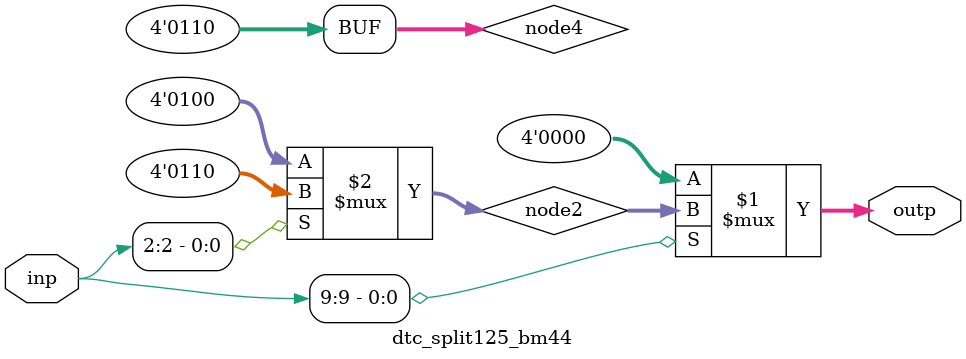
<source format=v>
module dtc_split125_bm44 (
	input  wire [10-1:0] inp,
	output wire [4-1:0] outp
);

	wire [4-1:0] node2;
	wire [4-1:0] node4;

	assign outp = (inp[9]) ? node2 : 4'b0000;
		assign node2 = (inp[2]) ? node4 : 4'b0100;
			assign node4 = (inp[1]) ? 4'b0110 : 4'b0110;

endmodule
</source>
